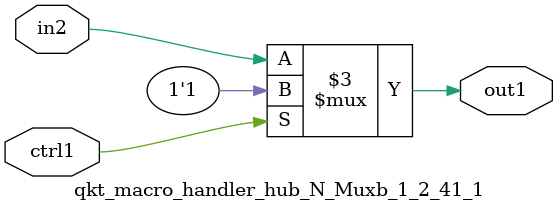
<source format=v>

`timescale 1ps / 1ps


module qkt_macro_handler_hub_N_Muxb_1_2_41_1( in2, ctrl1, out1 );

    input in2;
    input ctrl1;
    output out1;
    reg out1;

    
    // rtl_process:qkt_macro_handler_hub_N_Muxb_1_2_41_1/qkt_macro_handler_hub_N_Muxb_1_2_41_1_thread_1
    always @*
      begin : qkt_macro_handler_hub_N_Muxb_1_2_41_1_thread_1
        case (ctrl1) 
          1'b1: 
            begin
              out1 = 1'b1;
            end
          default: 
            begin
              out1 = in2;
            end
        endcase
      end

endmodule


</source>
